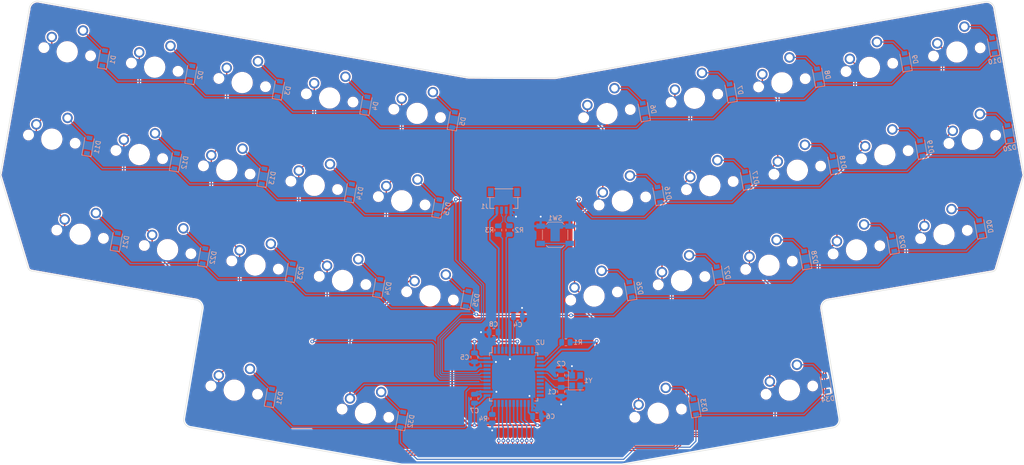
<source format=kicad_pcb>
(kicad_pcb (version 20211014) (generator pcbnew)
  (title_block (title "Pivot - Alpha Stagger") (rev "v1.0.0") (company "MrKantz"))
  (layers (0 "F.Cu" signal) (31 "B.Cu" signal) (34 "B.Paste" user) (35 "F.Paste" user) (36 "B.SilkS" user "B.Silkscreen") (37 "F.SilkS" user "F.Silkscreen") (38 "B.Mask" user) (39 "F.Mask" user) (44 "Edge.Cuts" user))
  (net 0 "")
  (net 1 "GND")
  (net 2 "Net-(C1-Pad2)")
  (net 3 "Net-(C2-Pad2)")
  (net 4 "Net-(C4-Pad1)")
  (net 5 "+5V")
  (net 6 "/ROW0")
  (net 7 "Net-(D1-Pad2)")
  (net 8 "Net-(D2-Pad2)")
  (net 9 "Net-(D3-Pad2)")
  (net 10 "Net-(D4-Pad2)")
  (net 11 "Net-(D5-Pad2)")
  (net 12 "Net-(D6-Pad2)")
  (net 13 "Net-(D7-Pad2)")
  (net 14 "Net-(D8-Pad2)")
  (net 15 "Net-(D9-Pad2)")
  (net 16 "Net-(D10-Pad2)")
  (net 17 "/ROW1")
  (net 18 "Net-(D11-Pad2)")
  (net 19 "Net-(D12-Pad2)")
  (net 20 "Net-(D13-Pad2)")
  (net 21 "Net-(D14-Pad2)")
  (net 22 "Net-(D15-Pad2)")
  (net 23 "Net-(D16-Pad2)")
  (net 24 "Net-(D17-Pad2)")
  (net 25 "Net-(D18-Pad2)")
  (net 26 "Net-(D19-Pad2)")
  (net 27 "Net-(D20-Pad2)")
  (net 28 "/ROW2")
  (net 29 "Net-(D21-Pad2)")
  (net 30 "Net-(D22-Pad2)")
  (net 31 "Net-(D23-Pad2)")
  (net 32 "Net-(D24-Pad2)")
  (net 33 "Net-(D25-Pad2)")
  (net 34 "Net-(D26-Pad2)")
  (net 35 "Net-(D27-Pad2)")
  (net 36 "Net-(D28-Pad2)")
  (net 37 "Net-(D29-Pad2)")
  (net 38 "Net-(D30-Pad2)")
  (net 39 "/ROW3")
  (net 40 "Net-(D31-Pad2)")
  (net 41 "Net-(D32-Pad2)")
  (net 42 "Net-(D33-Pad2)")
  (net 43 "Net-(D34-Pad2)")
  (net 44 "Net-(R1-Pad1)")
  (net 45 "Net-(R4-Pad1)")
  (net 53 "Net-(R2-Pad2)")
  (net 54 "/COL0")
  (net 55 "/COL1")
  (net 56 "/COL2")
  (net 57 "/COL3")
  (net 58 "/COL4")
  (net 59 "/COL5")
  (net 60 "/COL6")
  (net 61 "/COL7")
  (net 62 "/COL8")
  (net 63 "/COL9")
  (net 64 "Net-(R3-Pad2)")
  (net 65 "/D+")
  (net 66 "/D-")
  (footprint "MX_Only:MXOnly-1U-NoLED" (layer "F.Cu") (at 226.261958 46.311593 10)
    (fp_text reference "MX20")
    (fp_text value "MX-NoLED")
  )
  (footprint "MX_Only:MXOnly-1U-NoLED" (layer "F.Cu") (at 169.980195 56.235586 10)
    (fp_text reference "MX17")
    (fp_text value "MX-NoLED")
  )
  (footprint "MX_Only:MXOnly-1U-NoLED" (layer "F.Cu") (at 188.740783 52.927588 10)
    (fp_text reference "MX18")
    (fp_text value "MX-NoLED")
  )
  (footprint "MX_Only:MXOnly-1U-NoLED" (layer "F.Cu") (at 66.373879 52.876409 -10)
    (fp_text reference "MX13")
    (fp_text value "MX-NoLED")
  )
  (footprint "MX_Only:MXOnly-1U-NoLED" (layer "F.Cu") (at 222.95396 27.551005 10)
    (fp_text reference "MX10")
    (fp_text value "MX-NoLED")
  )
  (footprint "MX_Only:MXOnly-1U-NoLED" (layer "F.Cu") (at 88.442465 37.423819 -10)
    (fp_text reference "MX4")
    (fp_text value "MX-NoLED")
  )
  (footprint "MX_Only:MXOnly-1U-NoLED" (layer "F.Cu") (at 163.907899 76.650173 10)
    (fp_text reference "MX27")
    (fp_text value "MX-NoLED")
  )
  (footprint "MX_Only:MXOnly-1U-NoLED" (layer "F.Cu") (at 103.895054 59.492405 -10)
    (fp_text reference "MX15")
    (fp_text value "MX-NoLED")
  )
  (footprint "MX_Only:MXOnly-1U-NoLED" (layer "F.Cu") (at 32.160701 27.499826 -10)
    (fp_text reference "MX1")
    (fp_text value "MX-NoLED")
  )
  (footprint "MX_Only:MXOnly-1U-NoLED" (layer "F.Cu") (at 109.967351 79.906992 -10)
    (fp_text reference "MX25")
    (fp_text value "MX-NoLED")
  )
  (footprint "MX_Only:MXOnly-1U-NoLED" (layer "F.Cu") (at 69.681877 34.115822 -10)
    (fp_text reference "MX3")
    (fp_text value "MX-NoLED")
  )
  (footprint "MX_Only:MXOnly-1U-NoLED" (layer "F.Cu") (at 67.973087 100.145498 -10)
    (fp_text reference "MX31")
    (fp_text value "MX-NoLED")
  )
  (footprint "MX_Only:MXOnly-1U-NoLED" (layer "F.Cu") (at 91.206763 76.598994 -10)
    (fp_text reference "MX24")
    (fp_text value "MX-NoLED")
  )
  (footprint "MX_Only:MXOnly-1U-NoLED" (layer "F.Cu") (at 151.219607 59.543584 10)
    (fp_text reference "MX16")
    (fp_text value "MX-NoLED")
  )
  (footprint "MX_Only:MXOnly-1U-NoLED" (layer "F.Cu") (at 34.925 66.675 -10)
    (fp_text reference "MX21")
    (fp_text value "MX-NoLED")
  )
  (footprint "MX_Only:MXOnly-1U-NoLED" (layer "F.Cu") (at 96.113969 105.107494 -10)
    (fp_text reference "MX32")
    (fp_text value "MX-NoLED")
  )
  (footprint "MX_Only:MXOnly-1U-NoLED" (layer "F.Cu") (at 204.193372 30.859003 10)
    (fp_text reference "MX9")
    (fp_text value "MX-NoLED")
  )
  (footprint "MX_Only:MXOnly-1U-NoLED" (layer "F.Cu") (at 50.921289 30.807824 -10)
    (fp_text reference "MX2")
    (fp_text value "MX-NoLED")
  )
  (footprint "MX_Only:MXOnly-1U-NoLED" (layer "F.Cu") (at 220.189662 66.726179 10)
    (fp_text reference "MX30")
    (fp_text value "MX-NoLED")
  )
  (footprint "MX_Only:MXOnly-1U-NoLED" (layer "F.Cu") (at 187.035587 100.145498 10)
    (fp_text reference "MX34")
    (fp_text value "MX-NoLED")
  )
  (footprint "MX_Only:MXOnly-1U-NoLED" (layer "F.Cu") (at 107.203052 40.731817 -10)
    (fp_text reference "MX5")
    (fp_text value "MX-NoLED")
  )
  (footprint "MX_Only:MXOnly-1U-NoLED" (layer "F.Cu") (at 182.668486 73.342175 10)
    (fp_text reference "MX28")
    (fp_text value "MX-NoLED")
  )
  (footprint "MX_Only:MXOnly-1U-NoLED" (layer "F.Cu") (at 201.429074 70.034177 10)
    (fp_text reference "MX29")
    (fp_text value "MX-NoLED")
  )
  (footprint "MX_Only:MXOnly-1U-NoLED" (layer "F.Cu") (at 166.672197 37.474998 10)
    (fp_text reference "MX7")
    (fp_text value "MX-NoLED")
  )
  (footprint "MX_Only:MXOnly-1U-NoLED" (layer "F.Cu") (at 145.147311 79.95817 10)
    (fp_text reference "MX26")
    (fp_text value "MX-NoLED")
  )
  (footprint "MX_Only:MXOnly-1U-NoLED" (layer "F.Cu") (at 207.50137 49.61959 10)
    (fp_text reference "MX19")
    (fp_text value "MX-NoLED")
  )
  (footprint "MX_Only:MXOnly-1U-NoLED" (layer "F.Cu") (at 185.432785 34.167 10)
    (fp_text reference "MX8")
    (fp_text value "MX-NoLED")
  )
  (footprint "MX_Only:MXOnly-1U-NoLED" (layer "F.Cu") (at 47.613291 49.568412 -10)
    (fp_text reference "MX12")
    (fp_text value "MX-NoLED")
  )
  (footprint "MX_Only:MXOnly-1U-NoLED" (layer "F.Cu") (at 28.852704 46.260414 -10)
    (fp_text reference "MX11")
    (fp_text value "MX-NoLED")
  )
  (footprint "MX_Only:MXOnly-1U-NoLED" (layer "F.Cu") (at 53.685587 69.982998 -10)
    (fp_text reference "MX22")
    (fp_text value "MX-NoLED")
  )
  (footprint "MX_Only:MXOnly-1U-NoLED" (layer "F.Cu") (at 147.911609 40.782996 10)
    (fp_text reference "MX6")
    (fp_text value "MX-NoLED")
  )
  (footprint "MX_Only:MXOnly-1U-NoLED" (layer "F.Cu") (at 72.446175 73.290996 -10)
    (fp_text reference "MX23")
    (fp_text value "MX-NoLED")
  )
  (footprint "MX_Only:MXOnly-1U-NoLED" (layer "F.Cu") (at 158.894706 105.107495 10)
    (fp_text reference "MX33")
    (fp_text value "MX-NoLED")
  )
  (footprint "MX_Only:MXOnly-1U-NoLED" (layer "F.Cu") (at 85.134467 56.184407 -10)
    (fp_text reference "MX14")
    (fp_text value "MX-NoLED")
  )
  (footprint "Button_Switch_SMD:SW_SPST_SKQG_WithoutStem" (layer "B.Cu") (at 136.8 66.8 180)
    (fp_text reference "SW1")
    (fp_text value "SW_Push")
  )
  (footprint "Diode_SMD:D_SOD-123" (layer "B.Cu") (at 209.245986 68.655845 100)
    (fp_text reference "D29")
    (fp_text value "D_Small")
  )
  (footprint "Diode_SMD:D_SOD-123" (layer "B.Cu") (at 111.711966 60.870737 80)
    (fp_text reference "D15")
    (fp_text value "D_Small")
  )
  (footprint "Diode_SMD:D_SOD-123" (layer "B.Cu") (at 212.010284 29.48067 100)
    (fp_text reference "D9")
    (fp_text value "D_Small")
  )
  (footprint "Diode_SMD:D_SOD-123" (layer "B.Cu") (at 155.866354 40.186355 100)
    (fp_text reference "D6")
    (fp_text value "D_Small")
  )
  (footprint "Diode_SMD:D_SOD-123" (layer "B.Cu") (at 99.023674 77.977326 80)
    (fp_text reference "D24")
    (fp_text value "D_Small")
  )
  (footprint "Diode_SMD:D_SOD-123" (layer "B.Cu") (at 171.72481 75.27184 100)
    (fp_text reference "D27")
    (fp_text value "D_Small")
  )
  (footprint "Diode_SMD:D_SOD-123" (layer "B.Cu") (at 103.93088 106.485827 80)
    (fp_text reference "D32")
    (fp_text value "D_Small")
  )
  (footprint "random-keyboard-parts:JST-SR-4" (layer "B.Cu") (at 125.801748 56.7375)
    (fp_text reference "J1")
    (fp_text value "Conn_01x04_Female")
  )
  (footprint "Capacitor_SMD:C_0805_2012Metric" (layer "B.Cu") (at 132.90625 105.775)
    (fp_text reference "C6")
    (fp_text value "0.1uF")
  )
  (footprint "Diode_SMD:D_SOD-123" (layer "B.Cu") (at 96.259376 38.802152 80)
    (fp_text reference "D4")
    (fp_text value "D_Small")
  )
  (footprint "Crystal:Crystal_SMD_3225-4Pin_3.2x2.5mm" (layer "B.Cu") (at 141.3 98.1 90)
    (fp_text reference "Y1")
    (fp_text value "16MHz")
  )
  (footprint "Diode_SMD:D_SOD-123" (layer "B.Cu") (at 215.318282 48.241258 100)
    (fp_text reference "D19")
    (fp_text value "D_Small")
  )
  (footprint "Capacitor_SMD:C_0805_2012Metric" (layer "B.Cu") (at 138.1 96.9 -90)
    (fp_text reference "C2")
    (fp_text value "22pF")
  )
  (footprint "Diode_SMD:D_SOD-123" (layer "B.Cu") (at 230.770872 26.172672 100)
    (fp_text reference "D10")
    (fp_text value "D_Small")
  )
  (footprint "Diode_SMD:D_SOD-123" (layer "B.Cu") (at 115.019964 42.11015 80)
    (fp_text reference "D5")
    (fp_text value "D_Small")
  )
  (footprint "Package_QFP:TQFP-44_10x10mm_P0.8mm" (layer "B.Cu") (at 127.9 97.3 -90)
    (fp_text reference "U2")
    (fp_text value "ATmega32U4-A")
  )
  (footprint "Diode_SMD:D_SOD-123" (layer "B.Cu") (at 39.977613 28.878159 80)
    (fp_text reference "D1")
    (fp_text value "D_Small")
  )
  (footprint "Resistor_SMD:R_0805_2012Metric" (layer "B.Cu") (at 124.601748 65.7875 -90)
    (fp_text reference "R3")
    (fp_text value "22")
  )
  (footprint "Diode_SMD:D_SOD-123" (layer "B.Cu") (at 166.711617 103.729163 100)
    (fp_text reference "D33")
    (fp_text value "D_Small")
  )
  (footprint "Resistor_SMD:R_0805_2012Metric" (layer "B.Cu") (at 123.30625 106.275 -90)
    (fp_text reference "R4")
    (fp_text value "10k")
  )
  (footprint "Diode_SMD:D_SOD-123" (layer "B.Cu") (at 92.951378 57.56274 80)
    (fp_text reference "D14")
    (fp_text value "D_Small")
  )
  (footprint "Diode_SMD:D_SOD-123" (layer "B.Cu") (at 177.797106 54.857254 100)
    (fp_text reference "D17")
    (fp_text value "D_Small")
  )
  (footprint "Diode_SMD:D_SOD-123" (layer "B.Cu") (at 61.502499 71.361331 80)
    (fp_text reference "D22")
    (fp_text value "D_Small")
  )
  (footprint "Diode_SMD:D_SOD-123" (layer "B.Cu") (at 228.006573 65.347847 100)
    (fp_text reference "D30")
    (fp_text value "D_Small")
  )
  (footprint "Diode_SMD:D_SOD-123" (layer "B.Cu") (at 193.249696 32.788668 100)
    (fp_text reference "D8")
    (fp_text value "D_Small")
  )
  (footprint "Diode_SMD:D_SOD-123" (layer "B.Cu") (at 152.964223 78.579838 100)
    (fp_text reference "D26")
    (fp_text value "D_Small")
  )
  (footprint "Capacitor_SMD:C_0805_2012Metric" (layer "B.Cu") (at 138.1 100.5 90)
    (fp_text reference "C1")
    (fp_text value "22pF")
  )
  (footprint "Capacitor_SMD:C_0805_2012Metric" (layer "B.Cu") (at 128.80625 84.375)
    (fp_text reference "C4")
    (fp_text value "1uF")
  )
  (footprint "Diode_SMD:D_SOD-123" (layer "B.Cu") (at 196.557694 51.549256 100)
    (fp_text reference "D18")
    (fp_text value "D_Small")
  )
  (footprint "Diode_SMD:D_SOD-123" (layer "B.Cu") (at 80.263087 74.669328 80)
    (fp_text reference "D23")
    (fp_text value "D_Small")
  )
  (footprint "Diode_SMD:D_SOD-123" (layer "B.Cu") (at 58.738201 32.186156 80)
    (fp_text reference "D2")
    (fp_text value "D_Small")
  )
  (footprint "Capacitor_SMD:C_0805_2012Metric" (layer "B.Cu") (at 119.5 93.1 -90)
    (fp_text reference "C5")
    (fp_text value "0.1uF")
  )
  (footprint "Diode_SMD:D_SOD-123" (layer "B.Cu") (at 234.078869 44.93326 100)
    (fp_text reference "D20")
    (fp_text value "D_Small")
  )
  (footprint "Diode_SMD:D_SOD-123" (layer "B.Cu") (at 159.036519 58.165251 100)
    (fp_text reference "D16")
    (fp_text value "D_Small")
  )
  (footprint "Resistor_SMD:R_0805_2012Metric" (layer "B.Cu") (at 139.10625 89.875)
    (fp_text reference "R1")
    (fp_text value "10k")
  )
  (footprint "Resistor_SMD:R_0805_2012Metric" (layer "B.Cu") (at 127 65.8 -90)
    (fp_text reference "R2")
    (fp_text value "22")
  )
  (footprint "Diode_SMD:D_SOD-123" (layer "B.Cu") (at 174.489109 36.096666 100)
    (fp_text reference "D7")
    (fp_text value "D_Small")
  )
  (footprint "Diode_SMD:D_SOD-123" (layer "B.Cu") (at 77.498788 35.494154 80)
    (fp_text reference "D3")
    (fp_text value "D_Small")
  )
  (footprint "Diode_SMD:D_SOD-123" (layer "B.Cu") (at 194.852499 98.767166 100)
    (fp_text reference "D34")
    (fp_text value "D_Small")
  )
  (footprint "Diode_SMD:D_SOD-123" (layer "B.Cu") (at 75.789999 101.52383 80)
    (fp_text reference "D31")
    (fp_text value "D_Small")
  )
  (footprint "Diode_SMD:D_SOD-123" (layer "B.Cu") (at 117.922095 80.503633 80)
    (fp_text reference "D25")
    (fp_text value "D_Small")
  )
  (footprint "Diode_SMD:D_SOD-123" (layer "B.Cu") (at 36.669615 47.638746 80)
    (fp_text reference "D11")
    (fp_text value "D_Small")
  )
  (footprint "Diode_SMD:D_SOD-123" (layer "B.Cu") (at 42.741911 68.053333 80)
    (fp_text reference "D21")
    (fp_text value "D_Small")
  )
  (footprint "Capacitor_SMD:C_0805_2012Metric" (layer "B.Cu") (at 123.6 87.7 180)
    (fp_text reference "C8")
    (fp_text value "10uF")
  )
  (footprint "Diode_SMD:D_SOD-123" (layer "B.Cu") (at 74.190791 54.254742 80)
    (fp_text reference "D13")
    (fp_text value "D_Small")
  )
  (footprint "Capacitor_SMD:C_0805_2012Metric" (layer "B.Cu") (at 119.50625 101.975 90)
    (fp_text reference "C7")
    (fp_text value "0.1uF")
  )
  (footprint "Diode_SMD:D_SOD-123" (layer "B.Cu") (at 190.485398 71.963842 100)
    (fp_text reference "D28")
    (fp_text value "D_Small")
  )
  (footprint "Diode_SMD:D_SOD-123" (layer "B.Cu") (at 55.430203 50.946744 80)
    (fp_text reference "D12")
    (fp_text value "D_Small")
  )
  (gr_arc (start 24.540312 74.559687) (mid 24 74.3) (end 23.740313 73.759688) (layer "Edge.Cuts") (width 0.1))
  (gr_arc (start 193.936393 82.704314) (mid 194.3 81.400001) (end 195.483881 80.742834) (layer "Edge.Cuts") (width 0.1))
  (gr_line (start 151.1 116.2) (end 196.293784 108.24406) (layer "Edge.Cuts") (width 0.1))
  (gr_arc (start 197.841272 106.28258) (mid 197.477665 107.586894) (end 196.293784 108.24406) (layer "Edge.Cuts") (width 0.1))
  (gr_line (start 195.483881 80.742834) (end 230.6 74.699999) (layer "Edge.Cuts") (width 0.1))
  (gr_line (start 24.540312 74.559687) (end 59.478642 80.715426) (layer "Edge.Cuts") (width 0.1))
  (gr_line (start 136.8 33.1) (end 118.2 33) (layer "Edge.Cuts") (width 0.1))
  (gr_line (start 24.015426 18.321359) (end 17.880074 53.581783) (layer "Edge.Cuts") (width 0.1))
  (gr_line (start 231.057167 18.283881) (end 237.238751 53.677629) (layer "Edge.Cuts") (width 0.1))
  (gr_line (start 58.798642 108.184574) (end 103.9 116.2) (layer "Edge.Cuts") (width 0.1))
  (gr_line (start 17.861249 54.222371) (end 23.740313 73.759688) (layer "Edge.Cuts") (width 0.1))
  (gr_line (start 118.2 33) (end 25.880012 16.658397) (layer "Edge.Cuts") (width 0.1))
  (gr_arc (start 58.798642 108.184574) (mid 57.577284 107.6) (end 57.13568 106.319988) (layer "Edge.Cuts") (width 0.1))
  (gr_arc (start 237.238751 53.677629) (mid 237.3 54) (end 237.219926 54.318217) (layer "Edge.Cuts") (width 0.1))
  (gr_arc (start 229.095687 16.736393) (mid 230.4 17.1) (end 231.057167 18.283881) (layer "Edge.Cuts") (width 0.1))
  (gr_line (start 229.095687 16.736393) (end 136.8 33.1) (layer "Edge.Cuts") (width 0.1))
  (gr_line (start 61.141604 82.580012) (end 57.13568 106.319988) (layer "Edge.Cuts") (width 0.1))
  (gr_line (start 103.9 116.2) (end 151.1 116.2) (layer "Edge.Cuts") (width 0.1))
  (gr_arc (start 59.478642 80.715426) (mid 60.700001 81.3) (end 61.141604 82.580012) (layer "Edge.Cuts") (width 0.1))
  (gr_arc (start 24.015426 18.321359) (mid 24.6 17.1) (end 25.880012 16.658397) (layer "Edge.Cuts") (width 0.1))
  (gr_line (start 231.399999 73.9) (end 237.219926 54.318217) (layer "Edge.Cuts") (width 0.1))
  (gr_arc (start 17.861249 54.222371) (mid 17.8 53.9) (end 17.880074 53.581783) (layer "Edge.Cuts") (width 0.1))
  (gr_arc (start 231.399999 73.9) (mid 231.140312 74.440312) (end 230.6 74.699999) (layer "Edge.Cuts") (width 0.1))
  (gr_line (start 197.841272 106.28258) (end 193.936393 82.704314) (layer "Edge.Cuts") (width 0.1))
  (via (at 131.3 101.4) (size 0.8) (drill 0.4) (layers "F.Cu" "B.Cu") (net 1))
  (via (at 138.1 103.2) (size 0.8) (drill 0.4) (layers "F.Cu" "B.Cu") (net 1))
  (via (at 123.3 108.8) (size 0.8) (drill 0.4) (layers "F.Cu" "B.Cu") (net 1))
  (via (at 124.2 100.5) (size 0.8) (drill 0.4) (layers "F.Cu" "B.Cu") (net 1))
  (via (at 133.7 62.9) (size 0.8) (drill 0.4) (layers "F.Cu" "B.Cu") (net 1))
  (via (at 128.4 62.9) (size 0.8) (drill 0.4) (layers "F.Cu" "B.Cu") (net 1))
  (via (at 140.4 95) (size 0.8) (drill 0.4) (layers "F.Cu" "B.Cu") (net 1))
  (via (at 129.7 82.5) (size 0.8) (drill 0.4) (layers "F.Cu" "B.Cu") (net 1))
  (via (at 124.1 94.1) (size 0.8) (drill 0.4) (layers "F.Cu" "B.Cu") (net 1))
  (via (at 120.9 87.7) (size 0.8) (drill 0.4) (layers "F.Cu" "B.Cu") (net 1))
  (via (at 127.1 93.5) (size 0.8) (drill 0.4) (layers "F.Cu" "B.Cu") (net 1))
  (segment (start 122.2 94.1) (end 124.1 94.1) (width 0.381) (layer "B.Cu") (net 1))
  (segment (start 133.6 95.7) (end 137.85 95.7) (width 0.381) (layer "B.Cu") (net 1))
  (segment (start 119.55 94.1) (end 119.5 94.05) (width 0.381) (layer "B.Cu") (net 1))
  (segment (start 127.301748 61.801748) (end 128.4 62.9) (width 0.381) (layer "B.Cu") (net 1))
  (segment (start 138.1 101.45) (end 138.1 103.2) (width 0.381) (layer "B.Cu") (net 1))
  (segment (start 142.15 99.2) (end 142.15 100.65) (width 0.381) (layer "B.Cu") (net 1))
  (segment (start 131.9 103.3) (end 133.85625 105.25625) (width 0.381) (layer "B.Cu") (net 1))
  (segment (start 139.4 95.95) (end 140.45 97) (width 0.381) (layer "B.Cu") (net 1))
  (segment (start 133.7 64.95) (end 133.7 62.9) (width 0.381) (layer "B.Cu") (net 1))
  (segment (start 131.9 102) (end 131.3 101.4) (width 0.381) (layer "B.Cu") (net 1))
  (segment (start 119.50625 101.025) (end 120.03125 100.5) (width 0.381) (layer "B.Cu") (net 1))
  (segment (start 122.65 87.7) (end 120.9 87.7) (width 0.381) (layer "B.Cu") (net 1))
  (segment (start 139.9 64.95) (end 133.7 64.95) (width 0.381) (layer "B.Cu") (net 1))
  (segment (start 123.30625 108.79375) (end 123.3 108.8) (width 0.381) (layer "B.Cu") (net 1))
  (segment (start 129.75625 82.55625) (end 129.7 82.5) (width 0.381) (layer "B.Cu") (net 1))
  (segment (start 131.9 103) (end 131.9 103.3) (width 0.381) (layer "B.Cu") (net 1))
  (segment (start 122.2 100.5) (end 124.2 100.5) (width 0.381) (layer "B.Cu") (net 1))
  (segment (start 138.1 95.95) (end 139.4 95.95) (width 0.381) (layer "B.Cu") (net 1))
  (segment (start 127.301748 61.5125) (end 127.301748 61.801748) (width 0.381) (layer "B.Cu") (net 1))
  (segment (start 131.9 103) (end 131.9 102) (width 0.381) (layer "B.Cu") (net 1))
  (segment (start 120.03125 100.5) (end 122.2 100.5) (width 0.381) (layer "B.Cu") (net 1))
  (segment (start 137.85 95.7) (end 138.1 95.95) (width 0.381) (layer "B.Cu") (net 1))
  (segment (start 141.35 101.45) (end 138.1 101.45) (width 0.381) (layer "B.Cu") (net 1))
  (segment (start 140.45 97) (end 140.45 95.05) (width 0.381) (layer "B.Cu") (net 1))
  (segment (start 142.15 100.65) (end 141.35 101.45) (width 0.381) (layer "B.Cu") (net 1))
  (segment (start 140.45 95.05) (end 140.4 95) (width 0.381) (layer "B.Cu") (net 1))
  (segment (start 123.30625 107.1875) (end 123.30625 108.79375) (width 0.381) (layer "B.Cu") (net 1))
  (segment (start 129.75625 84.375) (end 129.75625 82.55625) (width 0.381) (layer "B.Cu") (net 1))
  (segment (start 133.85625 105.25625) (end 133.85625 105.775) (width 0.381) (layer "B.Cu") (net 1))
  (segment (start 127.1 91.6) (end 127.1 93.5) (width 0.381) (layer "B.Cu") (net 1))
  (segment (start 122.2 94.1) (end 119.55 94.1) (width 0.381) (layer "B.Cu") (net 1))
  (segment (start 133.6 97.3) (end 134.5 97.3) (width 0.254) (layer "B.Cu") (net 2))
  (segment (start 138.1 99.55) (end 140.1 99.55) (width 0.254) (layer "B.Cu") (net 2))
  (segment (start 140.1 99.55) (end 140.45 99.2) (width 0.254) (layer "B.Cu") (net 2))
  (segment (start 134.5 97.3) (end 136.75 99.55) (width 0.254) (layer "B.Cu") (net 2))
  (segment (start 136.75 99.55) (end 138.1 99.55) (width 0.254) (layer "B.Cu") (net 2))
  (segment (start 133.6 96.5) (end 135.1 96.5) (width 0.254) (layer "B.Cu") (net 3))
  (segment (start 135.1 96.5) (end 136.45 97.85) (width 0.254) (layer "B.Cu") (net 3))
  (segment (start 141.376511 98.026511) (end 142.15 97.253022) (width 0.254) (layer "B.Cu") (net 3))
  (segment (start 142.15 97) (end 142.15 97.253022) (width 0.254) (layer "B.Cu") (net 3))
  (segment (start 138.1 97.85) (end 138.276511 98.026511) (width 0.254) (layer "B.Cu") (net 3))
  (segment (start 136.45 97.85) (end 138.1 97.85) (width 0.254) (layer "B.Cu") (net 3))
  (segment (start 138.276511 98.026511) (end 141.376511 98.026511) (width 0.254) (layer "B.Cu") (net 3))
  (segment (start 127.9 84.41875) (end 127.9 91.6) (width 0.254) (layer "B.Cu") (net 4))
  (segment (start 127.85625 84.375) (end 127.9 84.41875) (width 0.254) (layer "B.Cu") (net 4))
  (segment (start 124.7 89.7) (end 128.7 89.7) (width 0.381) (layer "F.Cu") (net 5))
  (segment (start 114.7 104) (end 118.4 107.7) (width 0.381) (layer "F.Cu") (net 5))
  (segment (start 117.4 89.7) (end 114.7 92.4) (width 0.381) (layer "F.Cu") (net 5))
  (segment (start 140.8 107.7) (end 133 107.7) (width 0.381) (layer "F.Cu") (net 5))
  (segment (start 145.7 102.8) (end 140.8 107.7) (width 0.381) (layer "F.Cu") (net 5))
  (segment (start 145.7 89.6) (end 145.7 102.8) (width 0.381) (layer "F.Cu") (net 5))
  (segment (start 118.4 107.7) (end 133 107.7) (width 0.381) (layer "F.Cu") (net 5))
  (segment (start 114.7 92.4) (end 114.7 104) (width 0.381) (layer "F.Cu") (net 5))
  (segment (start 124.7 89.7) (end 117.4 89.7) (width 0.381) (layer "F.Cu") (net 5))
  (via (at 145.7 89.6) (size 0.8) (drill 0.4) (layers "F.Cu" "B.Cu") (net 5))
  (via (at 133 107.7) (size 0.8) (drill 0.4) (layers "F.Cu" "B.Cu") (net 5))
  (via (at 128.7 89.7) (size 0.8) (drill 0.4) (layers "F.Cu" "B.Cu") (net 5))
  (via (at 124.7 89.7) (size 0.8) (drill 0.4) (layers "F.Cu" "B.Cu") (net 5))
  (via (at 119.5 89.7) (size 0.8) (drill 0.4) (layers "F.Cu" "B.Cu") (net 5))
  (via (at 119.5 107.7) (size 0.8) (drill 0.4) (layers "F.Cu" "B.Cu") (net 5))
  (segment (start 143.9 91.4) (end 138.1 91.4) (width 0.381) (layer "B.Cu") (net 5))
  (segment (start 124.7 69.7) (end 124.7 87.55) (width 0.381) (layer "B.Cu") (net 5))
  (segment (start 145.7 89.6) (end 143.9 91.4) (width 0.381) (layer "B.Cu") (net 5))
  (segment (start 138.1 91.4) (end 134.6 94.9) (width 0.381) (layer "B.Cu") (net 5))
  (segment (start 124.7 87.55) (end 124.55 87.7) (width 0.381) (layer "B.Cu") (net 5))
  (segment (start 131.95625 105.775) (end 131.1 104.91875) (width 0.381) (layer "B.Cu") (net 5))
  (segment (start 134.6 94.9) (end 133.6 94.9) (width 0.381) (layer "B.Cu") (net 5))
  (segment (start 120.65 93.3) (end 119.5 92.15) (width 0.381) (layer "B.Cu") (net 5))
  (segment (start 122.2 93.3) (end 120.65 93.3) (width 0.381) (layer "B.Cu") (net 5))
  (segment (start 128.7 91.6) (end 128.7 89.7) (width 0.381) (layer "B.Cu") (net 5))
  (segment (start 122.1 101.3) (end 120.475 102.925) (width 0.381) (layer "B.Cu") (net 5))
  (segment (start 122.2 101.3) (end 122.1 101.3) (width 0.381) (layer "B.Cu") (net 5))
  (segment (start 120.475 102.925) (end 119.50625 102.925) (width 0.381) (layer "B.Cu") (net 5))
  (segment (start 119.50625 102.925) (end 119.50625 107.69375) (width 0.381) (layer "B.Cu") (net 5))
  (segment (start 122.8 64) (end 124.301748 62.498252) (width 0.381) (layer "B.Cu") (net 5))
  (segment (start 124.7 69.7) (end 122.8 67.8) (width 0.381) (layer "B.Cu") (net 5))
  (segment (start 124.7 87.85) (end 124.7 91.6) (width 0.381) (layer "B.Cu") (net 5))
  (segment (start 124.301748 62.498252) (end 124.301748 61.5125) (width 0.381) (layer "B.Cu") (net 5))
  (segment (start 119.5 92.15) (end 119.5 89.7) (width 0.381) (layer "B.Cu") (net 5))
  (segment (start 131.95625 105.775) (end 131.95625 106.65625) (width 0.381) (layer "B.Cu") (net 5))
  (segment (start 131.95625 106.65625) (end 133 107.7) (width 0.381) (layer "B.Cu") (net 5))
  (segment (start 131.1 104.91875) (end 131.1 103) (width 0.381) (layer "B.Cu") (net 5))
  (segment (start 122.8 67.8) (end 122.8 64) (width 0.381) (layer "B.Cu") (net 5))
  (segment (start 119.50625 107.69375) (end 119.5 107.7) (width 0.381) (layer "B.Cu") (net 5))
  (segment (start 145.425 89.875) (end 140.01875 89.875) (width 0.381) (layer "B.Cu") (net 5))
  (segment (start 124.55 87.7) (end 124.7 87.85) (width 0.381) (layer "B.Cu") (net 5))
  (segment (start 145.7 89.6) (end 145.425 89.875) (width 0.381) (layer "B.Cu") (net 5))
  (segment (start 154.229078 43.735083) (end 114.733445 43.735083) (width 0.254) (layer "B.Cu") (net 6))
  (segment (start 174.775628 37.721599) (end 170.685939 41.811288) (width 0.254) (layer "B.Cu") (net 6))
  (segment (start 77.212269 37.119087) (end 61.75968 37.119087) (width 0.254) (layer "B.Cu") (net 6))
  (segment (start 61.75968 37.119087) (end 58.451682 33.811089) (width 0.254) (layer "B.Cu") (net 6))
  (segment (start 116.3 58.8) (end 116.3 72.358626) (width 0.254) (layer "B.Cu") (net 6))
  (segment (start 116.3 72.358626) (end 121.45352 77.512146) (width 0.254) (layer "B.Cu") (net 6))
  (segment (start 121.45352 77.512146) (end 121.45352 84.787854) (width 0.254) (layer "B.Cu") (net 6))
  (segment (start 95.972857 40.427085) (end 80.520267 40.427085) (width 0.254) (layer "B.Cu") (net 6))
  (segment (start 116.508541 85.374207) (end 112.60704 89.275708) (width 0.254) (layer "B.Cu") (net 6))
  (segment (start 190.228217 37.721599) (end 174.775628 37.721599) (width 0.254) (layer "B.Cu") (net 6))
  (segment (start 114.733445 57.233445) (end 116.3 58.8) (width 0.254) (layer "B.Cu") (net 6))
  (segment (start 227.749393 31.105603) (end 212.296803 31.105603) (width 0.254) (layer "B.Cu") (net 6))
  (segment (start 170.685939 41.811288) (end 156.152873 41.811288) (width 0.254) (layer "B.Cu") (net 6))
  (segment (start 112.60704 89.275708) (end 112.60704 96.324292) (width 0.254) (layer "B.Cu") (net 6))
  (segment (start 80.520267 40.427085) (end 77.212269 37.119087) (width 0.254) (layer "B.Cu") (net 6))
  (segment (start 42.999091 33.811089) (end 39.691094 30.503092) (width 0.254) (layer "B.Cu") (net 6))
  (segment (start 114.733445 43.735083) (end 114.733445 57.233445) (width 0.254) (layer "B.Cu") (net 6))
  (segment (start 114.733445 43.735083) (end 99.280855 43.735083) (width 0.254) (layer "B.Cu") (net 6))
  (segment (start 193.536215 34.413601) (end 190.228217 37.721599) (width 0.254) (layer "B.Cu") (net 6))
  (segment (start 120.867167 85.374207) (end 116.508541 85.374207) (width 0.254) (layer "B.Cu") (net 6))
  (segment (start 156.152873 41.811288) (end 154.229078 43.735083) (width 0.254) (layer "B.Cu") (net 6))
  (segment (start 231.057391 27.797605) (end 227.749393 31.105603) (width 0.254) (layer "B.Cu") (net 6))
  (segment (start 99.280855 43.735083) (end 95.972857 40.427085) (width 0.254) (layer "B.Cu") (net 6))
  (segment (start 212.296803 31.105603) (end 208.988805 34.413601) (width 0.254) (layer "B.Cu") (net 6))
  (segment (start 112.675708 96.39296) (end 120.00704 96.39296) (width 0.254) (layer "B.Cu") (net 6))
  (segment (start 58.451682 33.811089) (end 42.999091 33.811089) (width 0.254) (layer "B.Cu") (net 6))
  (segment (start 112.60704 96.324292) (end 112.675708 96.39296) (width 0.254) (layer "B.Cu") (net 6))
  (segment (start 208.988805 34.413601) (end 193.536215 34.413601) (width 0.254) (layer "B.Cu") (net 6))
  (segment (start 120.7 95.7) (end 122.2 95.7) (width 0.254) (layer "B.Cu") (net 6))
  (segment (start 120.00704 96.39296) (end 120.7 95.7) (width 0.254) (layer "B.Cu") (net 6))
  (segment (start 121.45352 84.787854) (end 120.867167 85.374207) (width 0.254) (layer "B.Cu") (net 6))
  (segment (start 35.544245 22.938069) (end 39.859402 27.253226) (width 0.254) (layer "B.Cu") (net 7))
  (segment (start 39.859402 27.253226) (end 40.264132 27.253226) (width 0.254) (layer "B.Cu") (net 7))
  (segment (start 58.619989 30.561223) (end 59.02472 30.561223) (width 0.254) (layer "B.Cu") (net 8))
  (segment (start 54.304833 26.246067) (end 58.619989 30.561223) (width 0.254) (layer "B.Cu") (net 8))
  (segment (start 77.380577 33.869221) (end 77.785307 33.869221) (width 0.254) (layer "B.Cu") (net 9))
  (segment (start 73.065421 29.554065) (end 77.380577 33.869221) (width 0.254) (layer "B.Cu") (net 9))
  (segment (start 96.141166 37.177219) (end 96.545895 37.177219) (width 0.254) (layer "B.Cu") (net 10))
  (segment (start 91.826009 32.862062) (end 96.141166 37.177219) (width 0.254) (layer "B.Cu") (net 10))
  (segment (start 110.586596 36.17006) (end 114.901753 40.485217) (width 0.254) (layer "B.Cu") (net 11))
  (segment (start 114.901753 40.485217) (end 115.306483 40.485217) (width 0.254) (layer "B.Cu") (net 11))
  (segment (start 152.357519 35.339106) (end 155.579835 38.561422) (width 0.254) (layer "B.Cu") (net 12))
  (segment (start 149.530888 35.339106) (end 152.357519 35.339106) (width 0.254) (layer "B.Cu") (net 12))
  (segment (start 168.291476 32.031108) (end 171.761965 32.031108) (width 0.254) (layer "B.Cu") (net 13))
  (segment (start 171.761965 32.031108) (end 174.20259 34.471733) (width 0.254) (layer "B.Cu") (net 13))
  (segment (start 190.522552 28.72311) (end 192.963177 31.163735) (width 0.254) (layer "B.Cu") (net 14))
  (segment (start 187.052064 28.72311) (end 190.522552 28.72311) (width 0.254) (layer "B.Cu") (net 14))
  (segment (start 205.812651 25.415113) (end 209.283141 25.415113) (width 0.254) (layer "B.Cu") (net 15))
  (segment (start 209.283141 25.415113) (end 211.723765 27.855737) (width 0.254) (layer "B.Cu") (net 15))
  (segment (start 228.043729 22.107115) (end 230.484353 24.547739) (width 0.254) (layer "B.Cu") (net 16))
  (segment (start 224.573239 22.107115) (end 228.043729 22.107115) (width 0.254) (layer "B.Cu") (net 16))
  (segment (start 141.9 59.2) (end 115.5 59.2) (width 0.254) (layer "F.Cu") (net 17))
  (via (at 115.5 59.2) (size 0.8) (drill 0.4) (layers "F.Cu" "B.Cu") (net 17))
  (via (at 141.9 59.2) (size 0.8) (drill 0.4) (layers "F.Cu" "B.Cu") (net 17))
  (segment (start 92.664859 59.187673) (end 77.21227 59.187673) (width 0.254) (layer "B.Cu") (net 17))
  (segment (start 115.5 72.2) (end 121 77.7) (width 0.254) (layer "B.Cu") (net 17))
  (segment (start 120.55352 96.84648) (end 120.9 96.5) (width 0.254) (layer "B.Cu") (net 17))
  (segment (start 55.143684 52.571677) (end 39.691094 52.571677) (width 0.254) (layer "B.Cu") (net 17))
  (segment (start 112.15352 89.087854) (end 112.15352 96.512146) (width 0.254) (layer "B.Cu") (net 17))
  (segment (start 144.9 63.1) (end 144.7 63.1) (width 0.254) (layer "B.Cu") (net 17))
  (segment (start 73.904272 55.879675) (end 58.451682 55.879675) (width 0.254) (layer "B.Cu") (net 17))
  (segment (start 77.21227 59.187673) (end 73.904272 55.879675) (width 0.254) (layer "B.Cu") (net 17))
  (segment (start 120.679313 84.920687) (end 116.320687 84.920687) (width 0.254) (layer "B.Cu") (net 17))
  (segment (start 178.083625 56.482187) (end 174.775628 59.790184) (width 0.254) (layer "B.Cu") (net 17))
  (segment (start 231.05739 49.866191) (end 215.604801 49.866191) (width 0.254) (layer "B.Cu") (net 17))
  (segment (start 156.013222 63.1) (end 155.9 63.1) (width 0.254) (layer "B.Cu") (net 17))
  (segment (start 120.9 96.5) (end 122.2 96.5) (width 0.254) (layer "B.Cu") (net 17))
  (segment (start 116.320687 84.920687) (end 112.15352 89.087854) (width 0.254) (layer "B.Cu") (net 17))
  (segment (start 155.9 63.1) (end 144.9 63.1) (width 0.254) (layer "B.Cu") (net 17))
  (segment (start 112.487854 96.84648) (end 120.55352 96.84648) (width 0.254) (layer "B.Cu") (net 17))
  (segment (start 112.15352 96.512146) (end 112.487854 96.84648) (width 0.254) (layer "B.Cu") (net 17))
  (segment (start 141.9 60.3) (end 141.9 59.2) (width 0.254) (layer "B.Cu") (net 17))
  (segment (start 212.296803 53.174189) (end 196.844213 53.174189) (width 0.254) (layer "B.Cu") (net 17))
  (segment (start 234.365388 46.558193) (end 231.05739 49.866191) (width 0.254) (layer "B.Cu") (net 17))
  (segment (start 215.604801 49.866191) (end 212.296803 53.174189) (width 0.254) (layer "B.Cu") (net 17))
  (segment (start 121 77.7) (end 121 84.6) (width 0.254) (layer "B.Cu") (net 17))
  (segment (start 115.5 59.2) (end 112.20433 62.49567) (width 0.254) (layer "B.Cu") (net 17))
  (segment (start 196.844213 53.174189) (end 193.536215 56.482187) (width 0.254) (layer "B.Cu") (net 17))
  (segment (start 112.20433 62.49567) (end 111.425447 62.49567) (width 0.254) (layer "B.Cu") (net 17))
  (segment (start 193.536215 56.482187) (end 178.083625 56.482187) (width 0.254) (layer "B.Cu") (net 17))
  (segment (start 115.5 59.2) (end 115.5 72.2) (width 0.254) (layer "B.Cu") (net 17))
  (segment (start 121 84.6) (end 120.679313 84.920687) (width 0.254) (layer "B.Cu") (net 17))
  (segment (start 159.323038 59.790184) (end 156.013222 63.1) (width 0.254) (layer "B.Cu") (net 17))
  (segment (start 39.691094 52.571677) (end 36.383096 49.263679) (width 0.254) (layer "B.Cu") (net 17))
  (segment (start 111.425447 62.49567) (end 95.972856 62.49567) (width 0.254) (layer "B.Cu") (net 17))
  (segment (start 58.451682 55.879675) (end 55.143684 52.571677) (width 0.254) (layer "B.Cu") (net 17))
  (segment (start 144.7 63.1) (end 141.9 60.3) (width 0.254) (layer "B.Cu") (net 17))
  (segment (start 174.775628 59.790184) (end 159.323038 59.790184) (width 0.254) (layer "B.Cu") (net 17))
  (segment (start 95.972856 62.49567) (end 92.664859 59.187673) (width 0.254) (layer "B.Cu") (net 17))
  (segment (start 36.956134 46.013813) (end 36.551404 46.013813) (width 0.254) (layer "B.Cu") (net 18))
  (segment (start 36.551404 46.013813) (end 32.236248 41.698657) (width 0.254) (layer "B.Cu") (net 18))
  (segment (start 55.311991 49.321811) (end 50.996835 45.006655) (width 0.254) (layer "B.Cu") (net 19))
  (segment (start 55.716722 49.321811) (end 55.311991 49.321811) (width 0.254) (layer "B.Cu") (net 19))
  (segment (start 74.47731 52.629809) (end 74.07258 52.629809) (width 0.254) (layer "B.Cu") (net 20))
  (segment (start 74.07258 52.629809) (end 69.757423 48.314652) (width 0.254) (layer "B.Cu") (net 20))
  (segment (start 92.833168 55.937807) (end 88.518011 51.62265) (width 0.254) (layer "B.Cu") (net 21))
  (segment (start 93.237897 55.937807) (end 92.833168 55.937807) (width 0.254) (layer "B.Cu") (net 21))
  (segment (start 111.593754 59.245804) (end 107.278598 54.930648) (width 0.254) (layer "B.Cu") (net 22))
  (segment (start 111.998485 59.245804) (end 111.593754 59.245804) (width 0.254) (layer "B.Cu") (net 22))
  (segment (start 152.838886 54.099694) (end 156.309376 54.099694) (width 0.254) (layer "B.Cu") (net 23))
  (segment (start 156.309376 54.099694) (end 158.75 56.540318) (width 0.254) (layer "B.Cu") (net 23))
  (segment (start 171.599474 50.791696) (end 175.069962 50.791696) (width 0.254) (layer "B.Cu") (net 24))
  (segment (start 175.069962 50.791696) (end 177.510587 53.232321) (width 0.254) (layer "B.Cu") (net 24))
  (segment (start 190.360062 47.483698) (end 193.83055 47.483698) (width 0.254) (layer "B.Cu") (net 25))
  (segment (start 193.83055 47.483698) (end 196.271175 49.924323) (width 0.254) (layer "B.Cu") (net 25))
  (segment (start 209.120649 44.1757) (end 212.591138 44.1757) (width 0.254) (layer "B.Cu") (net 26))
  (segment (start 212.591138 44.1757) (end 215.031763 46.616325) (width 0.254) (layer "B.Cu") (net 26))
  (segment (start 227.881237 40.867703) (end 231.351726 40.867703) (width 0.254) (layer "B.Cu") (net 27))
  (segment (start 231.351726 40.867703) (end 233.79235 43.308327) (width 0.254) (layer "B.Cu") (net 27))
  (segment (start 120.1 84.1) (end 119.9 83.9) (width 0.254) (layer "F.Cu") (net 28))
  (segment (start 140.2 84.1) (end 120.1 84.1) (width 0.254) (layer "F.Cu") (net 28))
  (via (at 140.2 84.1) (size 0.8) (drill 0.4) (layers "F.Cu" "B.Cu") (net 28))
  (via (at 119.9 83.9) (size 0.8) (drill 0.4) (layers "F.Cu" "B.Cu") (net 28))
  (segment (start 64.523977 76.294261) (end 61.21598 72.986264) (width 0.254) (layer "B.Cu") (net 28))
  (segment (start 61.21598 72.986264) (end 45.76339 72.986264) (width 0.254) (layer "B.Cu") (net 28))
  (segment (start 119.9 83.9) (end 118.128566 82.128566) (width 0.254) (layer "B.Cu") (net 28))
  (segment (start 111.7 96.7) (end 112.3 97.3) (width 0.254) (layer "B.Cu") (net 28))
  (segment (start 168.703331 80.204771) (end 153.250742 80.204771) (width 0.254) (layer "B.Cu") (net 28))
  (segment (start 117.635576 82.128566) (end 117.247128 82.517014) (width 0.254) (layer "B.Cu") (net 28))
  (segment (start 119.9 83.9) (end 116.7 83.9) (width 0.254) (layer "B.Cu") (net 28))
  (segment (start 98.737155 79.602259) (end 83.284566 79.602259) (width 0.254) (layer "B.Cu") (net 28))
  (segment (start 172.011329 76.896773) (end 168.703331 80.204771) (width 0.254) (layer "B.Cu") (net 28))
  (segment (start 101.65191 82.517014) (end 98.737155 79.602259) (width 0.254) (layer "B.Cu") (net 28))
  (segment (start 79.976568 76.294261) (end 64.523977 76.294261) (width 0.254) (layer "B.Cu") (net 28))
  (segment (start 117.247128 82.517014) (end 101.65191 82.517014) (width 0.254) (layer "B.Cu") (net 28))
  (segment (start 149.355513 84.1) (end 140.2 84.1) (width 0.254) (layer "B.Cu") (net 28))
  (segment (start 206.224508 73.588775) (end 190.771917 73.588775) (width 0.254) (layer "B.Cu") (net 28))
  (segment (start 153.250742 80.204771) (end 149.355513 84.1) (width 0.254) (layer "B.Cu") (net 28))
  (segment (start 190.771917 73.588775) (end 187.463919 76.896773) (width 0.254) (layer "B.Cu") (net 28))
  (segment (start 118.128566 82.128566) (end 117.635576 82.128566) (width 0.254) (layer "B.Cu") (net 28))
  (segment (start 187.463919 76.896773) (end 172.011329 76.896773) (width 0.254) (layer "B.Cu") (net 28))
  (segment (start 228.293092 66.97278) (end 224.985094 70.280778) (width 0.254) (layer "B.Cu") (net 28))
  (segment (start 112.3 97.3) (end 122.2 97.3) (width 0.254) (layer "B.Cu") (net 28))
  (segment (start 45.76339 72.986264) (end 42.455392 69.678266) (width 0.254) (layer "B.Cu") (net 28))
  (segment (start 83.284566 79.602259) (end 79.976568 76.294261) (width 0.254) (layer "B.Cu") (net 28))
  (segment (start 224.985094 70.280778) (end 209.532505 70.280778) (width 0.254) (layer "B.Cu") (net 28))
  (segment (start 116.7 83.9) (end 111.7 88.9) (width 0.254) (layer "B.Cu") (net 28))
  (segment (start 111.7 88.9) (end 111.7 96.7) (width 0.254) (layer "B.Cu") (net 28))
  (segment (start 209.532505 70.280778) (end 206.224508 73.588775) (width 0.254) (layer "B.Cu") (net 28))
  (segment (start 38.308544 62.113243) (end 42.623701 66.4284) (width 0.254) (layer "B.Cu") (net 29))
  (segment (start 42.623701 66.4284) (end 43.02843 66.4284) (width 0.254) (layer "B.Cu") (net 29))
  (segment (start 61.384288 69.736398) (end 61.789018 69.736398) (width 0.254) (layer "B.Cu") (net 30))
  (segment (start 57.069131 65.421241) (end 61.384288 69.736398) (width 0.254) (layer "B.Cu") (net 30))
  (segment (start 75.829719 68.729239) (end 80.144875 73.044395) (width 0.254) (layer "B.Cu") (net 31))
  (segment (start 80.144875 73.044395) (end 80.549606 73.044395) (width 0.254) (layer "B.Cu") (net 31))
  (segment (start 98.905463 76.352393) (end 99.310193 76.352393) (width 0.254) (layer "B.Cu") (net 32))
  (segment (start 94.590307 72.037237) (end 98.905463 76.352393) (width 0.254) (layer "B.Cu") (net 32))
  (segment (start 113.350895 75.345235) (end 116.88436 78.8787) (width 0.254) (layer "B.Cu") (net 33))
  (segment (start 116.88436 78.8787) (end 118.208614 78.8787) (width 0.254) (layer "B.Cu") (net 33))
  (segment (start 150.237079 74.51428) (end 152.677704 76.954905) (width 0.254) (layer "B.Cu") (net 34))
  (segment (start 146.76659 74.51428) (end 150.237079 74.51428) (width 0.254) (layer "B.Cu") (net 34))
  (segment (start 165.527178 71.206283) (end 168.997667 71.206283) (width 0.254) (layer "B.Cu") (net 35))
  (segment (start 168.997667 71.206283) (end 171.438291 73.646907) (width 0.254) (layer "B.Cu") (net 35))
  (segment (start 184.287765 67.898285) (end 187.758255 67.898285) (width 0.254) (layer "B.Cu") (net 36))
  (segment (start 187.758255 67.898285) (end 190.198879 70.338909) (width 0.254) (layer "B.Cu") (net 36))
  (segment (start 206.518842 64.590287) (end 208.959467 67.030912) (width 0.254) (layer "B.Cu") (net 37))
  (segment (start 203.048353 64.590287) (end 206.518842 64.590287) (width 0.254) (layer "B.Cu") (net 37))
  (segment (start 221.808941 61.282289) (end 225.279429 61.282289) (width 0.254) (layer "B.Cu") (net 38))
  (segment (start 225.279429 61.282289) (end 227.720054 63.722914) (width 0.254) (layer "B.Cu") (net 38))
  (segment (start 103.644361 111.444361) (end 103.644361 108.11076) (width 0.254) (layer "B.Cu") (net 39))
  (segment (start 117.38924 108.11076) (end 117.7 107.8) (width 0.254) (layer "B.Cu") (net 39))
  (segment (start 117.7 107.8) (end 117.7 100.5) (width 0.254) (layer "B.Cu") (net 39))
  (segment (start 107.2 115) (end 103.644361 111.444361) (width 0.254) (layer "B.Cu") (net 39))
  (segment (start 151.5 115) (end 107.2 115) (width 0.254) (layer "B.Cu") (net 39))
  (segment (start 117.7 100.5) (end 118.5 99.7) (width 0.254) (layer "B.Cu") (net 39))
  (segment (start 195.139018 100.392099) (end 190.177021 105.354096) (width 0.254) (layer "B.Cu") (net 39))
  (segment (start 118.5 99.7) (end 122.2 99.7) (width 0.254) (layer "B.Cu") (net 39))
  (segment (start 103.644361 108.11076) (end 80.465477 108.11076) (width 0.254) (layer "B.Cu") (net 39))
  (segment (start 166.998136 111.101864) (end 165.7 112.4) (width 0.254) (layer "B.Cu") (net 39))
  (segment (start 103.644361 108.11076) (end 117.38924 108.11076) (width 0.254) (layer "B.Cu") (net 39))
  (segment (start 190.177021 105.354096) (end 166.998136 105.354096) (width 0.254) (layer "B.Cu") (net 39))
  (segment (start 154.1 112.4) (end 151.5 115) (width 0.254) (layer "B.Cu") (net 39))
  (segment (start 165.7 112.4) (end 154.1 112.4) (width 0.254) (layer "B.Cu") (net 39))
  (segment (start 166.998136 105.354096) (end 166.998136 111.101864) (width 0.254) (layer "B.Cu") (net 39))
  (segment (start 80.465477 108.11076) (end 75.50348 103.148763) (width 0.254) (layer "B.Cu") (net 39))
  (segment (start 76.076518 99.898897) (end 75.671787 99.898897) (width 0.254) (layer "B.Cu") (net 40))
  (segment (start 75.671787 99.898897) (end 71.356631 95.583741) (width 0.254) (layer "B.Cu") (net 40))
  (segment (start 103.81267 104.860894) (end 99.497513 100.545737) (width 0.254) (layer "B.Cu") (net 41))
  (segment (start 104.217399 104.860894) (end 103.81267 104.860894) (width 0.254) (layer "B.Cu") (net 41))
  (segment (start 160.513985 99.663605) (end 163.984473 99.663605) (width 0.254) (layer "B.Cu") (net 42))
  (segment (start 163.984473 99.663605) (end 166.425098 102.10423) (width 0.254) (layer "B.Cu") (net 42))
  (segment (start 188.654866 94.701608) (end 192.125355 94.701608) (width 0.254) (layer "B.Cu") (net 43))
  (segment (start 192.125355 94.701608) (end 194.56598 97.142233) (width 0.254) (layer "B.Cu") (net 43))
  (segment (start 139.9 68.65) (end 138.4 70.15) (width 0.254) (layer "B.Cu") (net 44))
  (segment (start 139.9 68.65) (end 133.7 68.65) (width 0.254) (layer "B.Cu") (net 44))
  (segment (start 138.4 89.66875) (end 138.19375 89.875) (width 0.254) (layer "B.Cu") (net 44))
  (segment (start 138.19375 90.375074) (end 138.19375 89.875) (width 0.254) (layer "B.Cu") (net 44))
  (segment (start 138.4 70.15) (end 138.4 89.66875) (width 0.254) (layer "B.Cu") (net 44))
  (segment (start 134.468824 94.1) (end 138.19375 90.375074) (width 0.254) (layer "B.Cu") (net 44))
  (segment (start 133.6 94.1) (end 134.468824 94.1) (width 0.254) (layer "B.Cu") (net 44))
  (segment (start 123.30625 103.89375) (end 123.9 103.3) (width 0.254) (layer "B.Cu") (net 45))
  (segment (start 123.9 103.3) (end 123.9 103) (width 0.254) (layer "B.Cu") (net 45))
  (segment (start 123.30625 105.3625) (end 123.30625 103.89375) (width 0.254) (layer "B.Cu") (net 45))
  (segment (start 126.3 91.6) (end 126.3 67.4125) (width 0.254) (layer "B.Cu") (net 53))
  (segment (start 126.3 67.4125) (end 127 66.7125) (width 0.254) (layer "B.Cu") (net 53))
  (segment (start 60 102.9) (end 60 105) (width 0.254) (layer "F.Cu") (net 54))
  (segment (start 60 105) (end 62.3 107.3) (width 0.254) (layer "F.Cu") (net 54))
  (segment (start 72.8 109.7) (end 76.9 109.7) (width 0.254) (layer "F.Cu") (net 54))
  (segment (start 103.4 114.1) (end 124.8 114.1) (width 0.254) (layer "F.Cu") (net 54))
  (segment (start 85 110.6) (end 86.4 112) (width 0.254) (layer "F.Cu") (net 54))
  (segment (start 28.84965 39.789406) (end 25.541653 43.097403) (width 0.254) (layer "F.Cu") (net 54))
  (segment (start 86.4 112) (end 92 112) (width 0.254) (layer "F.Cu") (net 54))
  (segment (start 40.497717 75.6) (end 43.4 75.6) (width 0.254) (layer "F.Cu") (net 54))
  (segment (start 61.2 94.3) (end 60 95.5) (width 0.254) (layer "F.Cu") (net 54))
  (segment (start 62.3 80.1) (end 62.3 93.2) (width 0.254) (layer "F.Cu") (net 54))
  (segment (start 84.1 109.7) (end 85 110.6) (width 0.254) (layer "F.Cu") (net 54))
  (segment (start 101.3 112) (end 103.4 114.1) (width 0.254) (layer "F.Cu") (net 54))
  (segment (start 31.613949 63.511989) (end 31.613949 66.716232) (width 0.254) (layer "F.Cu") (net 54))
  (segment (start 60.689447 80.1) (end 62.3 80.1) (width 0.254) (layer "F.Cu") (net 54))
  (segment (start 67.2 108.2) (end 71.3 108.2) (width 0.254) (layer "F.Cu") (net 54))
  (segment (start 55.308932 75.6) (end 58.508435 78.799503) (width 0.254) (layer "F.Cu") (net 54))
  (segment (start 124.8 114.1) (end 126.699006 112.200994) (width 0.254) (layer "F.Cu") (net 54))
  (segment (start 76.9 109.7) (end 84.1 109.7) (width 0.254) (layer "F.Cu") (net 54))
  (segment (start 62.3 93.2) (end 61.2 94.3) (width 0.254) (layer "F.Cu") (net 54))
  (segment (start 58.508435 78.799503) (end 59.38895 78.799503) (width 0.254) (layer "F.Cu") (net 54))
  (segment (start 60 95.5) (end 60 102.9) (width 0.254) (layer "F.Cu") (net 54))
  (segment (start 92 112) (end 101.3 112) (width 0.254) (layer "F.Cu") (net 54))
  (segment (start 31.613949 66.716232) (end 40.497717 75.6) (width 0.254) (layer "F.Cu") (net 54))
  (segment (start 59.38895 78.799503) (end 60.689447 80.1) (width 0.254) (layer "F.Cu") (net 54))
  (segment (start 63.2 108.2) (end 67.2 108.2) (width 0.254) (layer "F.Cu") (net 54))
  (segment (start 25.541653 43.097403) (end 25.541653 57.439693) (width 0.254) (layer "F.Cu") (net 54))
  (segment (start 72.6 109.5) (end 72.8 109.7) (width 0.254) (layer "F.Cu") (net 54))
  (segment (start 25.541653 57.439693) (end 31.613949 63.511989) (width 0.254) (layer "F.Cu") (net 54))
  (segment (start 71.3 108.2) (end 72.6 109.5) (width 0.254) (layer "F.Cu") (net 54))
  (segment (start 126.699006 112.200994) (end 126.699006 111) (width 0.254) (layer "F.Cu") (net 54))
  (segment (start 62.3 107.3) (end 63.2 108.2) (width 0.254) (layer "F.Cu") (net 54))
  (segment (start 43.4 75.6) (end 55.308932 75.6) (width 0.254) (layer "F.Cu") (net 54))
  (segment (start 28.84965 24.336815) (end 28.84965 39.789406) (width 0.254) (layer "F.Cu") (net 54))
  (via (at 126.699006 111) (size 0.8) (drill 0.4) (layers "F.Cu" "B.Cu") (net 54))
  (segment (start 126.426014 107.626014) (end 126.7 107.9) (width 0.254) (layer "B.Cu") (net 54))
  (segment (start 126.3 103) (end 126.426014 103.126014) (width 0.254) (layer "B.Cu") (net 54))
  (segment (start 126.426014 103.126014) (end 126.426014 107.626014) (width 0.254) (layer "B.Cu") (net 54))
  (segment (start 126.7 107.9) (end 126.7 110.999006) (width 0.254) (layer "B.Cu") (net 54))
  (segment (start 126.7 110.999006) (end 126.699006 111) (width 0.254) (layer "B.Cu") (net 54))
  (segment (start 60.565411 79.33459) (end 60.877301 79.64648) (width 0.254) (layer "F.Cu") (net 55))
  (segment (start 50.374536 66.819987) (end 50.374536 70.02423) (width 0.254) (layer "F.Cu") (net 55))
  (segment (start 103.370687 113.429313) (end 103.587854 113.64648) (width 0.254) (layer "F.Cu") (net 55))
  (segment (start 47.610238 27.644813) (end 47.610238 43.097403) (width 0.254) (layer "F.Cu") (net 55))
  (segment (start 61.1 79.64648) (end 62.487854 79.64648) (width 0.254) (layer "F.Cu") (net 55))
  (segment (start 62.75352 93.387854) (end 60.45352 95.687854) (width 0.254) (layer "F.Cu") (net 55))
  (segment (start 62.75352 79.912146) (end 62.75352 81.6) (width 0.254) (layer "F.Cu") (net 55))
  (segment (start 101.487854 111.54648) (end 103.370687 113.429313) (width 0.254) (layer "F.Cu") (net 55))
  (segment (start 62.487854 79.64648) (end 62.75352 79.912146) (width 0.254) (layer "F.Cu") (net 55))
  (segment (start 124.4 113.64648) (end 125.699503 112.346977) (width 0.254) (layer "F.Cu") (net 55))
  (segment (start 44.30224 46.405401) (end 44.30224 60.747691) (width 0.254) (layer "F.Cu") (net 55))
  (segment (start 44.30224 60.747691) (end 50.374536 66.819987) (width 0.254) (layer "F.Cu") (net 55))
  (segment (start 103.587854 113.64648) (end 124.4 113.64648) (width 0.254) (layer "F.Cu") (net 55))
  (segment (start 47.610238 43.097403) (end 44.30224 46.405401) (width 0.254) (layer "F.Cu") (net 55))
  (segment (start 63.387854 107.74648) (end 68.3 107.74648) (width 0.254) (layer "F.Cu") (net 55))
  (segment (start 68.3 107.74648) (end 71.487854 107.74648) (width 0.254) (layer "F.Cu") (net 55))
  (segment (start 84.287854 109.24648) (end 86.587854 111.54648) (width 0.254) (layer "F.Cu") (net 55))
  (segment (start 58.150306 77.8) (end 58.696289 78.345983) (width 0.254) (layer "F.Cu") (net 55))
  (segment (start 86.587854 111.54648) (end 101.487854 111.54648) (width 0.254) (layer "F.Cu") (net 55))
  (segment (start 71.487854 107.74648) (end 72.987854 109.24648) (width 0.254) (layer "F.Cu") (net 55))
  (segment (start 60.877301 79.64648) (end 61.1 79.64648) (width 0.254) (layer "F.Cu") (net 55))
  (segment (start 59.576804 78.345983) (end 60.565411 79.33459) (width 0.254) (layer "F.Cu") (net 55))
  (segment (start 125.699503 112.346977) (end 125.699503 111) (width 0.254) (layer "F.Cu") (net 55))
  (segment (start 58.696289 78.345983) (end 58.7 78.345983) (width 0.254) (layer "F.Cu") (net 55))
  (segment (start 60.45352 104.812146) (end 63.387854 107.74648) (width 0.254) (layer "F.Cu") (net 55))
  (segment (start 62.75352 81.6) (end 62.75352 93.387854) (width 0.254) (layer "F.Cu") (net 55))
  (segment (start 50.374536 70.02423) (end 58.150306 77.8) (width 0.254) (layer "F.Cu") (net 55))
  (segment (start 58.7 78.345983) (end 59.576804 78.345983) (width 0.254) (layer "F.Cu") (net 55))
  (segment (start 60.45352 95.687854) (end 60.45352 104.812146) (width 0.254) (layer "F.Cu") (net 55))
  (segment (start 72.987854 109.24648) (end 84.287854 109.24648) (width 0.254) (layer "F.Cu") (net 55))
  (via (at 125.699503 111) (size 0.8) (drill 0.4) (layers "F.Cu" "B.Cu") (net 55))
  (segment (start 125.5 103) (end 125.5 107.9) (width 0.254) (layer "B.Cu") (net 55))
  (segment (start 125.7 110.999503) (end 125.699503 111) (width 0.254) (layer "B.Cu") (net 55))
  (segment (start 125.5 107.9) (end 125.7 108.1) (width 0.254) (layer "B.Cu") (net 55))
  (segment (start 125.7 108.1) (end 125.7 110.999503) (width 0.254) (layer "B.Cu") (net 55))
  (segment (start 64.662036 105.854996) (end 66.1 107.29296) (width 0.254) (layer "F.Cu") (net 56))
  (segment (start 66.370826 30.952811) (end 66.370826 46.4054) (width 0.254) (layer "F.Cu") (net 56))
  (segment (start 69.135124 92.509399) (end 64.662036 96.982487) (width 0.254) (layer "F.Cu") (net 56))
  (segment (start 123.9 113.19296) (end 124.7 112.39296) (width 0.254) (layer "F.Cu") (net 56))
  (segment (start 103.775708 113.19296) (end 123.9 113.19296) (width 0.254) (layer "F.Cu") (net 56))
  (segment (start 84.475708 108.79296) (end 86.775708 111.09296) (width 0.254) (layer "F.Cu") (net 56))
  (segment (start 66.370826 46.4054) (end 63.062828 49.713398) (width 0.254) (layer "F.Cu") (net 56))
  (segment (start 63.062828 64.055689) (end 69.135124 70.127985) (width 0.254) (layer "F.Cu") (net 56))
  (segment (start 71.675708 107.29296) (end 73.175708 108.79296) (width 0.254) (layer "F.Cu") (net 56))
  (segment (start 69.135124 70.127985) (end 69.135124 92.509399) (width 0.254) (layer "F.Cu") (net 56))
  (segment (start 73.175708 108.79296) (end 84.475708 108.79296) (width 0.254) (layer "F.Cu") (net 56))
  (segment (start 101.675708 111.09296) (end 103.775708 113.19296) (width 0.254) (layer "F.Cu") (net 56))
  (segment (start 86.775708 111.09296) (end 101.675708 111.09296) (width 0.254) (layer "F.Cu") (net 56))
  (segment (start 63.062828 49.713398) (end 63.062828 64.055689) (width 0.254) (layer "F.Cu") (net 56))
  (segment (start 66.1 107.29296) (end 71.675708 107.29296) (width 0.254) (layer "F.Cu") (net 56))
  (segment (start 124.7 112.39296) (end 124.7 111) (width 0.254) (layer "F.Cu") (net 56))
  (segment (start 64.662036 96.982487) (end 64.662036 105.854996) (width 0.254) (layer "F.Cu") (net 56))
  (via (at 124.7 111) (size 0.8) (drill 0.4) (layers "F.Cu" "B.Cu") (net 56))
  (segment (start 124.7 103) (end 124.7 111) (width 0.254) (layer "B.Cu") (net 56))
  (segment (start 81.823416 67.363687) (end 81.823416 53.021396) (width 0.254) (layer "F.Cu") (net 57))
  (segment (start 87.895712 73.435983) (end 87.895712 86.504288) (width 0.254) (layer "F.Cu") (net 57))
  (segment (start 85.131414 49.713398) (end 85.131414 34.260808) (width 0.254) (layer "F.Cu") (net 57))
  (segment (start 87.895712 73.435983) (end 81.823416 67.363687) (width 0.254) (layer "F.Cu") (net 57))
  (segment (start 81.823416 53.021396) (end 85.131414 49.713398) (width 0.254) (layer "F.Cu") (net 57))
  (segment (start 87.895712 86.504288) (end 84.7 89.7) (width 0.254) (layer "F.Cu") (net 57))
  (via (at 84.7 89.7) (size 0.8) (drill 0.4) (layers "F.Cu" "B.Cu") (net 57))
  (segment (start 112.112146 97.75352) (end 120.65352 97.75352) (width 0.254) (layer "B.Cu") (net 57))
  (segment (start 121 98.1) (end 122.2 98.1) (width 0.254) (layer "B.Cu") (net 57))
  (segment (start 84.7 89.7) (end 110.5 89.7) (width 0.254) (layer "B.Cu") (net 57))
  (segment (start 111.24648 96.887854) (end 112.112146 97.75352) (width 0.254) (layer "B.Cu") (net 57))
  (segment (start 111.24648 90.44648) (end 111.24648 96.887854) (width 0.254) (layer "B.Cu") (net 57))
  (segment (start 120.65352 97.75352) (end 121 98.1) (width 0.254) (layer "B.Cu") (net 57))
  (segment (start 110.5 89.7) (end 111.24648 90.44648) (width 0.254) (layer "B.Cu") (net 57))
  (segment (start 105.475487 76.743981) (end 106.6563 76.743981) (width 0.254) (layer "F.Cu") (net 58))
  (segment (start 100.584003 56.329394) (end 103.892001 53.021396) (width 0.254) (layer "F.Cu") (net 58))
  (segment (start 92.802918 89.41655) (end 105.475487 76.743981) (width 0.254) (layer "F.Cu") (net 58))
  (segment (start 92.802918 101.944483) (end 92.802918 89.41655) (width 0.254) (layer "F.Cu") (net 58))
  (segment (start 100.584003 70.671684) (end 100.584003 56.329394) (width 0.254) (layer "F.Cu") (net 58))
  (segment (start 103.892001 53.021396) (end 103.892001 37.568806) (width 0.254) (layer "F.Cu") (net 58))
  (segment (start 106.6563 76.743981) (end 100.584003 70.671684) (width 0.254) (layer "F.Cu") (net 58))
  (segment (start 95.847401 98.9) (end 122.2 98.9) (width 0.254) (layer "B.Cu") (net 58))
  (segment (start 92.802918 101.944483) (end 95.847401 98.9) (width 0.254) (layer "B.Cu") (net 58))
  (segment (start 142.079127 79.243358) (end 142.079127 81.879127) (width 0.254) (layer "F.Cu") (net 59))
  (segment (start 131.8 112.28592) (end 131.696521 112.182441) (width 0.254) (layer "F.Cu") (net 59))
  (segment (start 142.548584 112.28592) (end 132.6 112.28592) (width 0.254) (layer "F.Cu") (net 59))
  (segment (start 143.718425 38.943184) (end 143.718425 40.704849) (width 0.254) (layer "F.Cu") (net 59))
  (segment (start 147.026423 57.703772) (end 140.954127 63.776068) (width 0.254) (layer "F.Cu") (net 59))
  (segment (start 154.701522 90.001522) (end 154.701522 103.267683) (width 0.254) (layer "F.Cu") (net 59))
  (segment (start 154.701522 103.267683) (end 146.683285 111.28592) (width 0.254) (layer "F.Cu") (net 59))
  (segment (start 143.718425 40.704849) (end 147.026423 44.012847) (width 0.254) (layer "F.Cu") (net 59))
  (segment (start 147.026423 44.012847) (end 147.026423 57.703772) (width 0.254) (layer "F.Cu") (net 59))
  (segment (start 146.2 111.28592) (end 143.548584 111.28592) (width 0.254) (layer "F.Cu") (net 59))
  (segment (start 143.548584 111.28592) (end 142.548584 112.28592) (width 0.254) (layer "F.Cu") (net 59))
  (segment (start 152 87.3) (end 154.701522 90.001522) (width 0.254) (layer "F.Cu") (net 59))
  (segment (start 147.5 87.3) (end 152 87.3) (width 0.254) (layer "F.Cu") (net 59))
  (segment (start 131.696521 112.182441) (end 131.696521 111) (width 0.254) (layer "F.Cu") (net 59))
  (segment (start 140.954127 63.776068) (end 140.954127 78.118358) (width 0.254) (layer "F.Cu") (net 59))
  (segment (start 146.683285 111.28592) (end 146.2 111.28592) (width 0.254) (layer "F.Cu") (net 59))
  (segment (start 142.079127 81.879127) (end 147.5 87.3) (width 0.254) (layer "F.Cu") (net 59))
  (segment (start 140.954127 78.118358) (end 142.079127 79.243358) (width 0.254) (layer "F.Cu") (net 59))
  (segment (start 132.6 112.28592) (end 131.8 112.28592) (width 0.254) (layer "F.Cu") (net 59))
  (via (at 131.696521 111) (size 0.8) (drill 0.4) (layers "F.Cu" "B.Cu") (net 59))
  (segment (start 131.7 110.996521) (end 131.696521 111) (width 0.254) (layer "B.Cu") (net 59))
  (segment (start 130.3 103) (end 130.3 106.5) (width 0.254) (layer "B.Cu") (net 59))
  (segment (start 130.3 106.5) (end 131.7 107.9) (width 0.254) (layer "B.Cu") (net 59))
  (segment (start 131.7 107.9) (end 131.7 110.996521) (width 0.254) (layer "B.Cu") (net 59))
  (segment (start 159.714715 74.810361) (end 159.714715 76.572026) (width 0.254) (layer "F.Cu") (net 60))
  (segment (start 165.787011 54.395774) (end 159.714715 60.46807) (width 0.254) (layer "F.Cu") (net 60))
  (segment (start 161.8 90.3) (end 165.14905 93.64905) (width 0.254) (layer "F.Cu") (net 60))
  (segment (start 165.787011 40.704849) (end 165.787011 54.395774) (width 0.254) (layer "F.Cu") (net 60))
  (segment (start 131.9 112.73944) (end 131.1 112.73944) (width 0.254) (layer "F.Cu") (net 60))
  (segment (start 142.736438 112.73944) (end 131.9 112.73944) (width 0.254) (layer "F.Cu") (net 60))
  (segment (start 162.479013 37.396851) (end 165.787011 40.704849) (width 0.254) (layer "F.Cu") (net 60))
  (segment (start 162.479013 35.635186) (end 162.479013 37.396851) (width 0.254) (layer "F.Cu") (net 60))
  (segment (start 130.697018 112.336458) (end 130.697018 111) (width 0.254) (layer "F.Cu") (net 60))
  (segment (start 161.8 78.657311) (end 161.8 90.3) (width 0.254) (layer "F.Cu") (net 60))
  (segment (start 165.14905 108.626828) (end 162.036438 111.73944) (width 0.254) (layer "F.Cu") (net 60))
  (segment (start 159.714715 76.572026) (end 161.8 78.657311) (width 0.254) (layer "F.Cu") (net 60))
  (segment (start 143.736438 111.73944) (end 142.736438 112.73944) (width 0.254) (layer "F.Cu") (net 60))
  (segment (start 165.14905 93.64905) (end 165.14905 108.626828) (width 0.254) (layer "F.Cu") (net 60))
  (segment (start 162.036438 111.73944) (end 143.736438 111.73944) (width 0.254) (layer "F.Cu") (net 60))
  (segment (start 159.714715 60.46807) (end 159.714715 74.810361) (width 0.254) (layer "F.Cu") (net 60))
  (segment (start 131.1 112.73944) (end 130.697018 112.336458) (width 0.254) (layer "F.Cu") (net 60))
  (via (at 130.697018 111) (size 0.8) (drill 0.4) (layers "F.Cu" "B.Cu") (net 60))
  (segment (start 129.5 103) (end 129.5 106.6) (width 0.254) (layer "B.Cu") (net 60))
  (segment (start 130.697018 107.797018) (end 130.697018 111) (width 0.254) (layer "B.Cu") (net 60))
  (segment (start 129.5 106.6) (end 130.697018 107.797018) (width 0.254) (layer "B.Cu") (net 60))
  (segment (start 184.547599 51.087776) (end 178.475302 57.160073) (width 0.254) (layer "F.Cu") (net 61))
  (segment (start 165.224292 109.19296) (end 162.224292 112.19296) (width 0.254) (layer "F.Cu") (net 61))
  (segment (start 131.6 113.19296) (end 129.7 113.19296) (width 0.254) (layer "F.Cu") (net 61))
  (segment (start 180.124292 106.89296) (end 177.824292 109.19296) (width 0.254) (layer "F.Cu") (net 61))
  (segment (start 183.967403 106.125557) (end 183.2 106.89296) (width 0.254) (layer "F.Cu") (net 61))
  (segment (start 178.475302 57.160073) (end 178.475302 71.502363) (width 0.254) (layer "F.Cu") (net 61))
  (segment (start 182.842403 98.305686) (end 183.967403 99.430686) (width 0.254) (layer "F.Cu") (net 61))
  (segment (start 143.924292 112.19296) (end 142.924292 113.19296) (width 0.254) (layer "F.Cu") (net 61))
  (segment (start 183.967403 99.430686) (end 183.967403 106.125557) (width 0.254) (layer "F.Cu") (net 61))
  (segment (start 129.7 113.19296) (end 129.697515 113.190475) (width 0.254) (layer "F.Cu") (net 61))
  (segment (start 178.475302 71.502363) (end 178.475302 73.264028) (width 0.254) (layer "F.Cu") (net 61))
  (segment (start 129.697515 113.190475) (end 129.697515 111) (width 0.254) (layer "F.Cu") (net 61))
  (segment (start 184.547599 37.396851) (end 184.547599 51.087776) (width 0.254) (layer "F.Cu") (net 61))
  (segment (start 177.824292 109.19296) (end 165.224292 109.19296) (width 0.254) (layer "F.Cu") (net 61))
  (segment (start 181.239601 32.327188) (end 181.239601 34.088853) (width 0.254) (layer "F.Cu") (net 61))
  (segment (start 183.2 106.89296) (end 180.124292 106.89296) (width 0.254) (layer "F.Cu") (net 61))
  (segment (start 181.239601 34.088853) (end 184.547599 37.396851) (width 0.254) (layer "F.Cu") (net 61))
  (segment (start 142.924292 113.19296) (end 131.6 113.19296) (width 0.254) (layer "F.Cu") (net 61))
  (segment (start 178.475302 73.264028) (end 182.842403 77.631129) (width 0.254) (layer "F.Cu") (net 61))
  (segment (start 182.842403 77.631129) (end 182.842403 98.305686) (width 0.254) (layer "F.Cu") (net 61))
  (segment (start 162.224292 112.19296) (end 143.924292 112.19296) (width 0.254) (layer "F.Cu") (net 61))
  (via (at 129.697515 111) (size 0.8) (drill 0.4) (layers "F.Cu" "B.Cu") (net 61))
  (segment (start 128.7 106.7) (end 129.697515 107.697515) (width 0.254) (layer "B.Cu") (net 61))
  (segment (start 129.697515 107.697515) (end 129.697515 111) (width 0.254) (layer "B.Cu") (net 61))
  (segment (start 128.7 103) (end 128.7 106.7) (width 0.254) (layer "B.Cu") (net 61))
  (segment (start 194.34648 105.912146) (end 192.912146 107.34648) (width 0.254) (layer "F.Cu") (net 62))
  (segment (start 203.308186 47.779778) (end 197.23589 53.852074) (width 0.254) (layer "F.Cu") (net 62))
  (segment (start 191.24648 88.787854) (end 194.34648 91.887854) (width 0.254) (layer "F.Cu") (net 62))
  (segment (start 144.112146 112.64648) (end 143.112146 113.64648) (width 0.254) (layer "F.Cu") (net 62))
  (segment (start 143.112146 113.64648) (end 131.45352 113.64648) (width 0.254) (layer "F.Cu") (net 62))
  (segment (start 128.698012 113.344492) (end 128.698012 111) (width 0.254) (layer "F.Cu") (net 62))
  (segment (start 194.34648 91.887854) (end 194.34648 105.912146) (width 0.254) (layer "F.Cu") (net 62))
  (segment (start 178.012146 109.64648) (end 165.412146 109.64648) (width 0.254) (layer "F.Cu") (net 62))
  (segment (start 197.23589 68.194365) (end 193.3 72.130255) (width 0.254) (layer "F.Cu") (net 62))
  (segment (start 192.912146 107.34648) (end 180.312146 107.34648) (width 0.254) (layer "F.Cu") (net 62))
  (segment (start 193.3 72.130255) (end 193.3 77.758626) (width 0.254) (layer "F.Cu") (net 62))
  (segment (start 197.23589 53.852074) (end 197.23589 68.194365) (width 0.254) (layer "F.Cu") (net 62))
  (segment (start 201.125188 45.59678) (end 203.308186 47.779778) (width 0.254) (layer "F.Cu") (net 62))
  (segment (start 200.000188 29.019191) (end 201.125188 30.144191) (width 0.254) (layer "F.Cu") (net 62))
  (segment (start 165.412146 109.64648) (end 162.412146 112.64648) (width 0.254) (layer "F.Cu") (net 62))
  (segment (start 191.24648 79.812146) (end 191.24648 88.787854) (width 0.254) (layer "F.Cu") (net 62))
  (segment (start 162.412146 112.64648) (end 144.112146 112.64648) (width 0.254) (layer "F.Cu") (net 62))
  (segment (start 201.125188 30.144191) (end 201.125188 45.59678) (width 0.254) (layer "F.Cu") (net 62))
  (segment (start 131.45352 113.64648) (end 129 113.64648) (width 0.254) (layer "F.Cu") (net 62))
  (segment (start 193.3 77.758626) (end 192.479313 78.579313) (width 0.254) (layer "F.Cu") (net 62))
  (segment (start 192.479313 78.579313) (end 191.24648 79.812146) (width 0.254) (layer "F.Cu") (net 62))
  (segment (start 180.312146 107.34648) (end 178.012146 109.64648) (width 0.254) (layer "F.Cu") (net 62))
  (segment (start 129 113.64648) (end 128.698012 113.344492) (width 0.254) (layer "F.Cu") (net 62))
  (via (at 128.698012 111) (size 0.8) (drill 0.4) (layers "F.Cu" "B.Cu") (net 62))
  (segment (start 127.9 103) (end 127.9 106.9) (width 0.254) (layer "B.Cu") (net 62))
  (segment (start 128.698012 107.698012) (end 128.698012 111) (width 0.254) (layer "B.Cu") (net 62))
  (segment (start 127.9 106.9) (end 128.698012 107.698012) (width 0.254) (layer "B.Cu") (net 62))
  (segment (start 127.698509 113.398509) (end 127.698509 111) (width 0.254) (layer "F.Cu") (net 63))
  (segment (start 191.8 79.9) (end 191.7 80) (width 0.254) (layer "F.Cu") (net 63))
  (segment (start 178.2 110.1) (end 172.4 110.1) (width 0.254) (layer "F.Cu") (net 63))
  (segment (start 191.7 87.1) (end 191.7 88.6) (width 0.254) (layer "F.Cu") (net 63))
  (segment (start 194.8 106.1) (end 193.1 107.8) (width 0.254) (layer "F.Cu") (net 63))
  (segment (start 172.4 110.1) (end 165.6 110.1) (width 0.254) (layer "F.Cu") (net 63))
  (segment (start 151.7 113.1) (end 144.3 113.1) (width 0.254) (layer "F.Cu") (net 63))
  (segment (start 215.996478 50.544077) (end 215.996478 64.886367) (width 0.254) (layer "F.Cu") (net 63))
  (segment (start 222.068774 44.471781) (end 215.996478 50.544077) (width 0.254) (layer "F.Cu") (net 63))
  (segment (start 191.7 80) (end 191.7 87.1) (width 0.254) (layer "F.Cu") (net 63))
  (segment (start 193.9 90.8) (end 194.8 91.7) (width 0.254) (layer "F.Cu") (net 63))
  (segment (start 143.3 114.1) (end 130.7 114.1) (width 0.254) (layer "F.Cu") (net 63))
  (segment (start 191.7 88.6) (end 193.9 90.8) (width 0.254) (layer "F.Cu") (net 63))
  (segment (start 162.9 112.8) (end 162.6 113.1) (width 0.254) (layer "F.Cu") (net 63))
  (segment (start 212.1 73.2) (end 208.4 76.9) (width 0.254) (layer "F.Cu") (net 63))
  (segment (start 208.4 76.9) (end 205.2 76.9) (width 0.254) (layer "F.Cu") (net 63))
  (segment (start 144.3 113.1) (end 143.3 114.1) (width 0.254) (layer "F.Cu") (net 63))
  (segment (start 193.1 107.8) (end 190.4 107.8) (width 0.254) (layer "F.Cu") (net 63))
  (segment (start 215.996478 64.886367) (end 212.1 68.782845) (width 0.254) (layer "F.Cu") (net 63))
  (segment (start 218.760776 25.711193) (end 219.885776 26.836193) (width 0.254) (layer "F.Cu") (net 63))
  (segment (start 212.1 68.782845) (end 212.1 73.2) (width 0.254) (layer "F.Cu") (net 63))
  (segment (start 205.2 76.9) (end 194.8 76.9) (width 0.254) (layer "F.Cu") (net 63))
  (segment (start 219.885776 26.836193) (end 219.885776 42.288783) (width 0.254) (layer "F.Cu") (net 63))
  (segment (start 178.6 109.7) (end 178.2 110.1) (width 0.254) (layer "F.Cu") (net 63))
  (segment (start 219.885776 42.288783) (end 222.068774 44.471781) (width 0.254) (layer "F.Cu") (net 63))
  (segment (start 165.6 110.1) (end 162.9 112.8) (width 0.254) (layer "F.Cu") (net 63))
  (segment (start 194.8 91.7) (end 194.8 106.1) (width 0.254) (layer "F.Cu") (net 63))
  (segment (start 162.6 113.1) (end 151.7 113.1) (width 0.254) (layer "F.Cu") (net 63))
  (segment (start 194.8 76.9) (end 191.8 79.9) (width 0.254) (layer "F.Cu") (net 63))
  (segment (start 180.5 107.8) (end 178.6 109.7) (width 0.254) (layer "F.Cu") (net 63))
  (segment (start 130.7 114.1) (end 128.4 114.1) (width 0.254) (layer "F.Cu") (net 63))
  (segment (start 128.4 114.1) (end 127.698509 113.398509) (width 0.254) (layer "F.Cu") (net 63))
  (segment (start 190.4 107.8) (end 180.5 107.8) (width 0.254) (layer "F.Cu") (net 63))
  (via (at 127.698509 111) (size 0.8) (drill 0.4) (layers "F.Cu" "B.Cu") (net 63))
  (segment (start 127.8 108) (end 127.8 110.898509) (width 0.254) (layer "B.Cu") (net 63))
  (segment (start 127.8 110.898509) (end 127.698509 111) (width 0.254) (layer "B.Cu") (net 63))
  (segment (start 127.1 103) (end 127.1 107.3) (width 0.254) (layer "B.Cu") (net 63))
  (segment (start 127.1 107.3) (end 127.8 108) (width 0.254) (layer "B.Cu") (net 63))
  (segment (start 125.5 67.598252) (end 124.601748 66.7) (width 0.254) (layer "B.Cu") (net 64))
  (segment (start 125.5 91.6) (end 125.5 67.598252) (width 0.254) (layer "B.Cu") (net 64))
  (segment (start 126.026748 63.914248) (end 127 64.8875) (width 0.2) (layer "B.Cu") (net 65))
  (segment (start 126.301748 61.5125) (end 126.301748 62.675001) (width 0.2) (layer "B.Cu") (net 65))
  (segment (start 126.026748 62.950001) (end 126.026748 63.914248) (width 0.2) (layer "B.Cu") (net 65))
  (segment (start 126.301748 62.675001) (end 126.026748 62.950001) (width 0.2) (layer "B.Cu") (net 65))
  (segment (start 125.576748 62.950001) (end 125.576748 63.9) (width 0.2) (layer "B.Cu") (net 66))
  (segment (start 125.576748 63.9) (end 124.601748 64.875) (width 0.2) (layer "B.Cu") (net 66))
  (segment (start 125.301748 62.675001) (end 125.576748 62.950001) (width 0.2) (layer "B.Cu") (net 66))
  (segment (start 125.301748 61.5125) (end 125.301748 62.675001) (width 0.2) (layer "B.Cu") (net 66))
  (zone (net 1) (net_name "GND") (layer "F.Cu") (connect_pads (clearance 0.3)) (min_thickness 0.25) (fill yes (thermal_gap 0.5) (thermal_bridge_width 0.5))
    (polygon (pts (xy 118.2 33) (xy 136.8 33.1) (xy 230.6 16.6) (xy 237.3 54) (xy 231.2 74.4) (xy 193.7 81.1) (xy 198.1 107.9) (xy 151.2 116.2) (xy 104 116.2) (xy 56.9 107.9) (xy 61.3 81) (xy 23.9 74.4) (xy 17.8 54) (xy 24.4 16.4)))
  )
  (zone (net 1) (net_name "GND") (layer "B.Cu") (connect_pads (clearance 0.3)) (min_thickness 0.25) (fill yes (thermal_gap 0.5) (thermal_bridge_width 0.5))
    (polygon (pts (xy 237.3 54) (xy 231.3 74.4) (xy 194 81.4) (xy 197.9 107.9) (xy 151.1 116.2) (xy 103.8 116.2) (xy 57 107.9) (xy 60.9 81.5) (xy 23.9 74.4) (xy 17.8 53.9) (xy 24.4 16.5) (xy 118.3 33) (xy 137 33) (xy 230.7 16.5)))
  )
)
</source>
